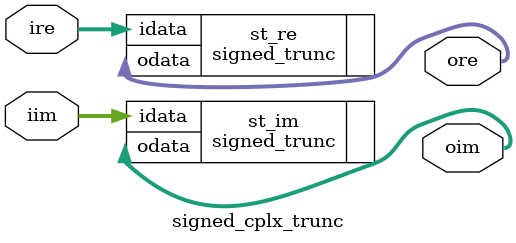
<source format=v>
module signed_cplx_trunc(
ire,
iim,
ore,
oim
);
parameter IWIDTH = 16;
parameter OWIDTH = 16;
parameter IPRE = 0;

input [IWIDTH-1:0] ire;
input [IWIDTH-1:0] iim;
output [OWIDTH-1:0] ore;
output [OWIDTH-1:0] oim;

signed_trunc #(
.IWIDTH(IWIDTH),
.OWIDTH(OWIDTH),
.IPRE(IPRE)
) st_re(
.idata(ire),
.odata(ore)
);

signed_trunc #(
.IWIDTH(IWIDTH),
.OWIDTH(OWIDTH),
.IPRE(IPRE)
) st_im(
.idata(iim),
.odata(oim)
);

endmodule

</source>
